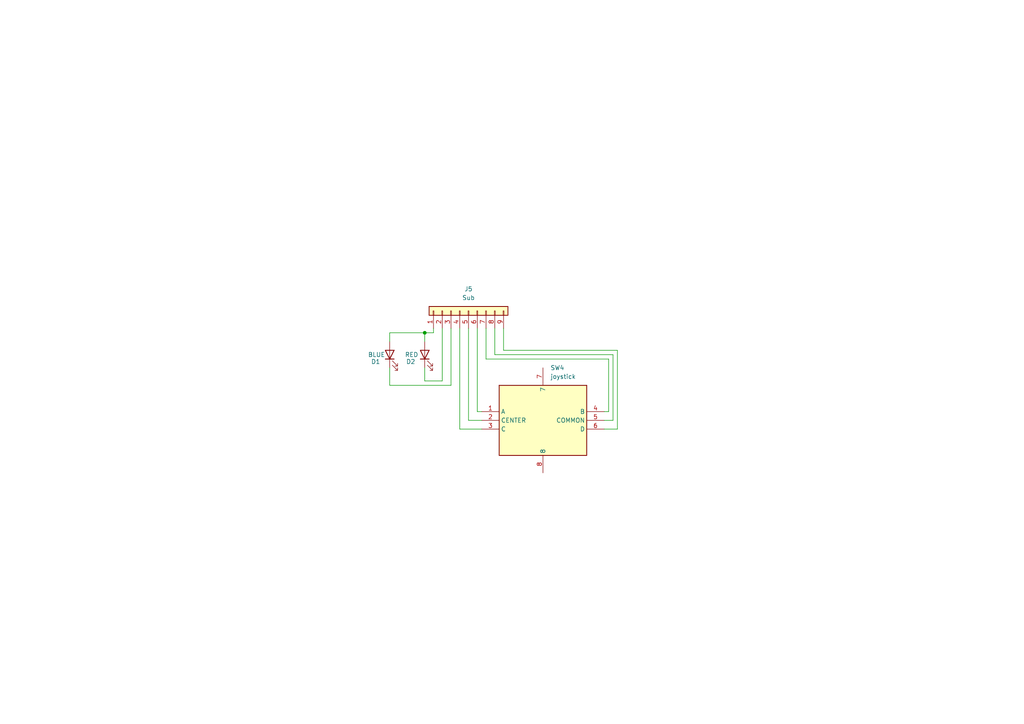
<source format=kicad_sch>
(kicad_sch
	(version 20250114)
	(generator "eeschema")
	(generator_version "9.0")
	(uuid "345bc13d-6add-4118-85b8-ae1fb4b40dd2")
	(paper "A4")
	(lib_symbols
		(symbol "Connector_Generic:Conn_01x09"
			(pin_names
				(offset 1.016)
				(hide yes)
			)
			(exclude_from_sim no)
			(in_bom yes)
			(on_board yes)
			(property "Reference" "J"
				(at 0 12.7 0)
				(effects
					(font
						(size 1.27 1.27)
					)
				)
			)
			(property "Value" "Conn_01x09"
				(at 0 -12.7 0)
				(effects
					(font
						(size 1.27 1.27)
					)
				)
			)
			(property "Footprint" ""
				(at 0 0 0)
				(effects
					(font
						(size 1.27 1.27)
					)
					(hide yes)
				)
			)
			(property "Datasheet" "~"
				(at 0 0 0)
				(effects
					(font
						(size 1.27 1.27)
					)
					(hide yes)
				)
			)
			(property "Description" "Generic connector, single row, 01x09, script generated (kicad-library-utils/schlib/autogen/connector/)"
				(at 0 0 0)
				(effects
					(font
						(size 1.27 1.27)
					)
					(hide yes)
				)
			)
			(property "ki_keywords" "connector"
				(at 0 0 0)
				(effects
					(font
						(size 1.27 1.27)
					)
					(hide yes)
				)
			)
			(property "ki_fp_filters" "Connector*:*_1x??_*"
				(at 0 0 0)
				(effects
					(font
						(size 1.27 1.27)
					)
					(hide yes)
				)
			)
			(symbol "Conn_01x09_1_1"
				(rectangle
					(start -1.27 11.43)
					(end 1.27 -11.43)
					(stroke
						(width 0.254)
						(type default)
					)
					(fill
						(type background)
					)
				)
				(rectangle
					(start -1.27 10.287)
					(end 0 10.033)
					(stroke
						(width 0.1524)
						(type default)
					)
					(fill
						(type none)
					)
				)
				(rectangle
					(start -1.27 7.747)
					(end 0 7.493)
					(stroke
						(width 0.1524)
						(type default)
					)
					(fill
						(type none)
					)
				)
				(rectangle
					(start -1.27 5.207)
					(end 0 4.953)
					(stroke
						(width 0.1524)
						(type default)
					)
					(fill
						(type none)
					)
				)
				(rectangle
					(start -1.27 2.667)
					(end 0 2.413)
					(stroke
						(width 0.1524)
						(type default)
					)
					(fill
						(type none)
					)
				)
				(rectangle
					(start -1.27 0.127)
					(end 0 -0.127)
					(stroke
						(width 0.1524)
						(type default)
					)
					(fill
						(type none)
					)
				)
				(rectangle
					(start -1.27 -2.413)
					(end 0 -2.667)
					(stroke
						(width 0.1524)
						(type default)
					)
					(fill
						(type none)
					)
				)
				(rectangle
					(start -1.27 -4.953)
					(end 0 -5.207)
					(stroke
						(width 0.1524)
						(type default)
					)
					(fill
						(type none)
					)
				)
				(rectangle
					(start -1.27 -7.493)
					(end 0 -7.747)
					(stroke
						(width 0.1524)
						(type default)
					)
					(fill
						(type none)
					)
				)
				(rectangle
					(start -1.27 -10.033)
					(end 0 -10.287)
					(stroke
						(width 0.1524)
						(type default)
					)
					(fill
						(type none)
					)
				)
				(pin passive line
					(at -5.08 10.16 0)
					(length 3.81)
					(name "Pin_1"
						(effects
							(font
								(size 1.27 1.27)
							)
						)
					)
					(number "1"
						(effects
							(font
								(size 1.27 1.27)
							)
						)
					)
				)
				(pin passive line
					(at -5.08 7.62 0)
					(length 3.81)
					(name "Pin_2"
						(effects
							(font
								(size 1.27 1.27)
							)
						)
					)
					(number "2"
						(effects
							(font
								(size 1.27 1.27)
							)
						)
					)
				)
				(pin passive line
					(at -5.08 5.08 0)
					(length 3.81)
					(name "Pin_3"
						(effects
							(font
								(size 1.27 1.27)
							)
						)
					)
					(number "3"
						(effects
							(font
								(size 1.27 1.27)
							)
						)
					)
				)
				(pin passive line
					(at -5.08 2.54 0)
					(length 3.81)
					(name "Pin_4"
						(effects
							(font
								(size 1.27 1.27)
							)
						)
					)
					(number "4"
						(effects
							(font
								(size 1.27 1.27)
							)
						)
					)
				)
				(pin passive line
					(at -5.08 0 0)
					(length 3.81)
					(name "Pin_5"
						(effects
							(font
								(size 1.27 1.27)
							)
						)
					)
					(number "5"
						(effects
							(font
								(size 1.27 1.27)
							)
						)
					)
				)
				(pin passive line
					(at -5.08 -2.54 0)
					(length 3.81)
					(name "Pin_6"
						(effects
							(font
								(size 1.27 1.27)
							)
						)
					)
					(number "6"
						(effects
							(font
								(size 1.27 1.27)
							)
						)
					)
				)
				(pin passive line
					(at -5.08 -5.08 0)
					(length 3.81)
					(name "Pin_7"
						(effects
							(font
								(size 1.27 1.27)
							)
						)
					)
					(number "7"
						(effects
							(font
								(size 1.27 1.27)
							)
						)
					)
				)
				(pin passive line
					(at -5.08 -7.62 0)
					(length 3.81)
					(name "Pin_8"
						(effects
							(font
								(size 1.27 1.27)
							)
						)
					)
					(number "8"
						(effects
							(font
								(size 1.27 1.27)
							)
						)
					)
				)
				(pin passive line
					(at -5.08 -10.16 0)
					(length 3.81)
					(name "Pin_9"
						(effects
							(font
								(size 1.27 1.27)
							)
						)
					)
					(number "9"
						(effects
							(font
								(size 1.27 1.27)
							)
						)
					)
				)
			)
			(embedded_fonts no)
		)
		(symbol "Device:LED"
			(pin_numbers
				(hide yes)
			)
			(pin_names
				(offset 1.016)
				(hide yes)
			)
			(exclude_from_sim no)
			(in_bom yes)
			(on_board yes)
			(property "Reference" "D"
				(at 0 2.54 0)
				(effects
					(font
						(size 1.27 1.27)
					)
				)
			)
			(property "Value" "LED"
				(at 0 -2.54 0)
				(effects
					(font
						(size 1.27 1.27)
					)
				)
			)
			(property "Footprint" ""
				(at 0 0 0)
				(effects
					(font
						(size 1.27 1.27)
					)
					(hide yes)
				)
			)
			(property "Datasheet" "~"
				(at 0 0 0)
				(effects
					(font
						(size 1.27 1.27)
					)
					(hide yes)
				)
			)
			(property "Description" "Light emitting diode"
				(at 0 0 0)
				(effects
					(font
						(size 1.27 1.27)
					)
					(hide yes)
				)
			)
			(property "Sim.Pins" "1=K 2=A"
				(at 0 0 0)
				(effects
					(font
						(size 1.27 1.27)
					)
					(hide yes)
				)
			)
			(property "ki_keywords" "LED diode"
				(at 0 0 0)
				(effects
					(font
						(size 1.27 1.27)
					)
					(hide yes)
				)
			)
			(property "ki_fp_filters" "LED* LED_SMD:* LED_THT:*"
				(at 0 0 0)
				(effects
					(font
						(size 1.27 1.27)
					)
					(hide yes)
				)
			)
			(symbol "LED_0_1"
				(polyline
					(pts
						(xy -3.048 -0.762) (xy -4.572 -2.286) (xy -3.81 -2.286) (xy -4.572 -2.286) (xy -4.572 -1.524)
					)
					(stroke
						(width 0)
						(type default)
					)
					(fill
						(type none)
					)
				)
				(polyline
					(pts
						(xy -1.778 -0.762) (xy -3.302 -2.286) (xy -2.54 -2.286) (xy -3.302 -2.286) (xy -3.302 -1.524)
					)
					(stroke
						(width 0)
						(type default)
					)
					(fill
						(type none)
					)
				)
				(polyline
					(pts
						(xy -1.27 0) (xy 1.27 0)
					)
					(stroke
						(width 0)
						(type default)
					)
					(fill
						(type none)
					)
				)
				(polyline
					(pts
						(xy -1.27 -1.27) (xy -1.27 1.27)
					)
					(stroke
						(width 0.254)
						(type default)
					)
					(fill
						(type none)
					)
				)
				(polyline
					(pts
						(xy 1.27 -1.27) (xy 1.27 1.27) (xy -1.27 0) (xy 1.27 -1.27)
					)
					(stroke
						(width 0.254)
						(type default)
					)
					(fill
						(type none)
					)
				)
			)
			(symbol "LED_1_1"
				(pin passive line
					(at -3.81 0 0)
					(length 2.54)
					(name "K"
						(effects
							(font
								(size 1.27 1.27)
							)
						)
					)
					(number "1"
						(effects
							(font
								(size 1.27 1.27)
							)
						)
					)
				)
				(pin passive line
					(at 3.81 0 180)
					(length 2.54)
					(name "A"
						(effects
							(font
								(size 1.27 1.27)
							)
						)
					)
					(number "2"
						(effects
							(font
								(size 1.27 1.27)
							)
						)
					)
				)
			)
			(embedded_fonts no)
		)
		(symbol "SamacSys_Parts:SKRHABE010"
			(exclude_from_sim no)
			(in_bom yes)
			(on_board yes)
			(property "Reference" "S"
				(at 31.75 12.7 0)
				(effects
					(font
						(size 1.27 1.27)
					)
					(justify left top)
				)
			)
			(property "Value" "SKRHABE010"
				(at 31.75 10.16 0)
				(effects
					(font
						(size 1.27 1.27)
					)
					(justify left top)
				)
			)
			(property "Footprint" "SKRHABE010"
				(at 31.75 -89.84 0)
				(effects
					(font
						(size 1.27 1.27)
					)
					(justify left top)
					(hide yes)
				)
			)
			(property "Datasheet" ""
				(at 31.75 -189.84 0)
				(effects
					(font
						(size 1.27 1.27)
					)
					(justify left top)
					(hide yes)
				)
			)
			(property "Description" "Multi-Directional Switches 4-directn cntr push W/boss 200K Cycles"
				(at 0 0 0)
				(effects
					(font
						(size 1.27 1.27)
					)
					(hide yes)
				)
			)
			(property "Height" "5"
				(at 31.75 -389.84 0)
				(effects
					(font
						(size 1.27 1.27)
					)
					(justify left top)
					(hide yes)
				)
			)
			(property "Manufacturer_Name" "ALPS Electric"
				(at 31.75 -489.84 0)
				(effects
					(font
						(size 1.27 1.27)
					)
					(justify left top)
					(hide yes)
				)
			)
			(property "Manufacturer_Part_Number" "SKRHABE010"
				(at 31.75 -589.84 0)
				(effects
					(font
						(size 1.27 1.27)
					)
					(justify left top)
					(hide yes)
				)
			)
			(property "Mouser Part Number" "688-SKRHAB"
				(at 31.75 -689.84 0)
				(effects
					(font
						(size 1.27 1.27)
					)
					(justify left top)
					(hide yes)
				)
			)
			(property "Mouser Price/Stock" "https://www.mouser.co.uk/ProductDetail/Alps-Alpine/SKRHABE010?qs=seHrhfPpLDxEOwRqoDvYHw%3D%3D"
				(at 31.75 -789.84 0)
				(effects
					(font
						(size 1.27 1.27)
					)
					(justify left top)
					(hide yes)
				)
			)
			(property "Arrow Part Number" "SKRHABE010"
				(at 31.75 -889.84 0)
				(effects
					(font
						(size 1.27 1.27)
					)
					(justify left top)
					(hide yes)
				)
			)
			(property "Arrow Price/Stock" "https://www.arrow.com/en/products/skrhabe010/alps-electric"
				(at 31.75 -989.84 0)
				(effects
					(font
						(size 1.27 1.27)
					)
					(justify left top)
					(hide yes)
				)
			)
			(symbol "SKRHABE010_1_1"
				(rectangle
					(start 5.08 7.62)
					(end 30.48 -12.7)
					(stroke
						(width 0.254)
						(type default)
					)
					(fill
						(type background)
					)
				)
				(pin passive line
					(at 0 0 0)
					(length 5.08)
					(name "A"
						(effects
							(font
								(size 1.27 1.27)
							)
						)
					)
					(number "1"
						(effects
							(font
								(size 1.27 1.27)
							)
						)
					)
				)
				(pin passive line
					(at 0 -2.54 0)
					(length 5.08)
					(name "CENTER"
						(effects
							(font
								(size 1.27 1.27)
							)
						)
					)
					(number "2"
						(effects
							(font
								(size 1.27 1.27)
							)
						)
					)
				)
				(pin passive line
					(at 0 -5.08 0)
					(length 5.08)
					(name "C"
						(effects
							(font
								(size 1.27 1.27)
							)
						)
					)
					(number "3"
						(effects
							(font
								(size 1.27 1.27)
							)
						)
					)
				)
				(pin passive line
					(at 17.78 12.7 270)
					(length 5.08)
					(name "7"
						(effects
							(font
								(size 1.27 1.27)
							)
						)
					)
					(number "7"
						(effects
							(font
								(size 1.27 1.27)
							)
						)
					)
				)
				(pin passive line
					(at 17.78 -17.78 90)
					(length 5.08)
					(name "8"
						(effects
							(font
								(size 1.27 1.27)
							)
						)
					)
					(number "8"
						(effects
							(font
								(size 1.27 1.27)
							)
						)
					)
				)
				(pin passive line
					(at 35.56 0 180)
					(length 5.08)
					(name "B"
						(effects
							(font
								(size 1.27 1.27)
							)
						)
					)
					(number "4"
						(effects
							(font
								(size 1.27 1.27)
							)
						)
					)
				)
				(pin passive line
					(at 35.56 -2.54 180)
					(length 5.08)
					(name "COMMON"
						(effects
							(font
								(size 1.27 1.27)
							)
						)
					)
					(number "5"
						(effects
							(font
								(size 1.27 1.27)
							)
						)
					)
				)
				(pin passive line
					(at 35.56 -5.08 180)
					(length 5.08)
					(name "D"
						(effects
							(font
								(size 1.27 1.27)
							)
						)
					)
					(number "6"
						(effects
							(font
								(size 1.27 1.27)
							)
						)
					)
				)
			)
			(embedded_fonts no)
		)
	)
	(junction
		(at 123.19 96.52)
		(diameter 0)
		(color 0 0 0 0)
		(uuid "8c460785-5e16-46e3-8d60-7ad010be7cad")
	)
	(wire
		(pts
			(xy 133.35 95.25) (xy 133.35 124.46)
		)
		(stroke
			(width 0)
			(type default)
		)
		(uuid "0771856b-32cd-41d7-868a-75c7df98e72c")
	)
	(wire
		(pts
			(xy 130.81 111.76) (xy 113.03 111.76)
		)
		(stroke
			(width 0)
			(type default)
		)
		(uuid "2db60249-9826-48d1-b68e-23c19b449f8f")
	)
	(wire
		(pts
			(xy 130.81 95.25) (xy 130.81 111.76)
		)
		(stroke
			(width 0)
			(type default)
		)
		(uuid "2fd9592d-e9da-4d05-bdf0-985f15ca2b25")
	)
	(wire
		(pts
			(xy 176.53 104.14) (xy 176.53 119.38)
		)
		(stroke
			(width 0)
			(type default)
		)
		(uuid "37a562a8-ad59-422e-a93a-0136b17e2680")
	)
	(wire
		(pts
			(xy 175.26 121.92) (xy 177.8 121.92)
		)
		(stroke
			(width 0)
			(type default)
		)
		(uuid "3cee8ff0-80c7-4df5-aa1c-55afe66d44f4")
	)
	(wire
		(pts
			(xy 123.19 110.49) (xy 123.19 106.68)
		)
		(stroke
			(width 0)
			(type default)
		)
		(uuid "3e466da9-e08b-44fd-8cd5-c3a5b8148099")
	)
	(wire
		(pts
			(xy 125.73 95.25) (xy 125.73 96.52)
		)
		(stroke
			(width 0)
			(type default)
		)
		(uuid "40be3a48-ff77-465a-a6df-34fcd5fa8fd3")
	)
	(wire
		(pts
			(xy 146.05 95.25) (xy 146.05 101.6)
		)
		(stroke
			(width 0)
			(type default)
		)
		(uuid "434511d8-01b6-460e-b97a-1b7e9431611e")
	)
	(wire
		(pts
			(xy 138.43 95.25) (xy 138.43 119.38)
		)
		(stroke
			(width 0)
			(type default)
		)
		(uuid "43de7925-a8c6-48fc-8605-3f0d7882ff40")
	)
	(wire
		(pts
			(xy 123.19 99.06) (xy 123.19 96.52)
		)
		(stroke
			(width 0)
			(type default)
		)
		(uuid "457baee3-fe99-4c65-ac67-9a4c169a8626")
	)
	(wire
		(pts
			(xy 135.89 121.92) (xy 139.7 121.92)
		)
		(stroke
			(width 0)
			(type default)
		)
		(uuid "479f7138-f277-4e72-a203-0073fc146611")
	)
	(wire
		(pts
			(xy 113.03 96.52) (xy 113.03 99.06)
		)
		(stroke
			(width 0)
			(type default)
		)
		(uuid "4c777c78-24ca-433d-9845-8c039d204912")
	)
	(wire
		(pts
			(xy 179.07 124.46) (xy 175.26 124.46)
		)
		(stroke
			(width 0)
			(type default)
		)
		(uuid "4d8baf9b-9294-4e68-a405-137b92f25e64")
	)
	(wire
		(pts
			(xy 113.03 96.52) (xy 123.19 96.52)
		)
		(stroke
			(width 0)
			(type default)
		)
		(uuid "5f7bf5b2-1b63-4f26-ac96-b85ec57727d2")
	)
	(wire
		(pts
			(xy 179.07 101.6) (xy 179.07 124.46)
		)
		(stroke
			(width 0)
			(type default)
		)
		(uuid "689cdd58-6dd5-41f3-97c0-3281e31db52b")
	)
	(wire
		(pts
			(xy 143.51 102.87) (xy 177.8 102.87)
		)
		(stroke
			(width 0)
			(type default)
		)
		(uuid "75d9a0e5-713b-4a7f-8e82-e2658c083dbd")
	)
	(wire
		(pts
			(xy 146.05 101.6) (xy 179.07 101.6)
		)
		(stroke
			(width 0)
			(type default)
		)
		(uuid "7b6dc190-e5cf-4390-b845-fe564f31c25f")
	)
	(wire
		(pts
			(xy 113.03 111.76) (xy 113.03 106.68)
		)
		(stroke
			(width 0)
			(type default)
		)
		(uuid "9d2141c8-ddee-4f94-a44d-00233877c258")
	)
	(wire
		(pts
			(xy 140.97 104.14) (xy 176.53 104.14)
		)
		(stroke
			(width 0)
			(type default)
		)
		(uuid "a5e09975-7f42-4039-b58f-20c98eb6eb1b")
	)
	(wire
		(pts
			(xy 140.97 95.25) (xy 140.97 104.14)
		)
		(stroke
			(width 0)
			(type default)
		)
		(uuid "b1c40611-cdc7-4cc4-8766-921c59aa069a")
	)
	(wire
		(pts
			(xy 123.19 96.52) (xy 125.73 96.52)
		)
		(stroke
			(width 0)
			(type default)
		)
		(uuid "b9d330b2-b4a6-4468-8416-0640ba498d38")
	)
	(wire
		(pts
			(xy 133.35 124.46) (xy 139.7 124.46)
		)
		(stroke
			(width 0)
			(type default)
		)
		(uuid "c22e257d-8613-40d5-a45d-bbbc08608c87")
	)
	(wire
		(pts
			(xy 128.27 95.25) (xy 128.27 110.49)
		)
		(stroke
			(width 0)
			(type default)
		)
		(uuid "c65a0c19-48ee-43f0-901a-59172421e4b0")
	)
	(wire
		(pts
			(xy 177.8 102.87) (xy 177.8 121.92)
		)
		(stroke
			(width 0)
			(type default)
		)
		(uuid "cacafb8d-52f8-4cad-9b5f-55fe948be7cd")
	)
	(wire
		(pts
			(xy 128.27 110.49) (xy 123.19 110.49)
		)
		(stroke
			(width 0)
			(type default)
		)
		(uuid "cb6b22e3-d087-41f7-b320-df2d4265a7ad")
	)
	(wire
		(pts
			(xy 135.89 95.25) (xy 135.89 121.92)
		)
		(stroke
			(width 0)
			(type default)
		)
		(uuid "ceed768e-d32c-4403-ab29-855176207c16")
	)
	(wire
		(pts
			(xy 143.51 95.25) (xy 143.51 102.87)
		)
		(stroke
			(width 0)
			(type default)
		)
		(uuid "d2c65d61-9ce9-4912-b9c4-414f54bce251")
	)
	(wire
		(pts
			(xy 176.53 119.38) (xy 175.26 119.38)
		)
		(stroke
			(width 0)
			(type default)
		)
		(uuid "e5802c9e-b1a8-45ba-957a-0a67ca366ce5")
	)
	(wire
		(pts
			(xy 138.43 119.38) (xy 139.7 119.38)
		)
		(stroke
			(width 0)
			(type default)
		)
		(uuid "eb0124e1-3a15-4d82-99a2-54d9ebe3e154")
	)
	(symbol
		(lib_id "Connector_Generic:Conn_01x09")
		(at 135.89 90.17 90)
		(unit 1)
		(exclude_from_sim no)
		(in_bom yes)
		(on_board yes)
		(dnp no)
		(fields_autoplaced yes)
		(uuid "57b3aee9-8bcc-4b48-9977-c396bd04d34b")
		(property "Reference" "J5"
			(at 135.89 83.82 90)
			(effects
				(font
					(size 1.27 1.27)
				)
			)
		)
		(property "Value" "Sub"
			(at 135.89 86.36 90)
			(effects
				(font
					(size 1.27 1.27)
				)
			)
		)
		(property "Footprint" ""
			(at 135.89 90.17 0)
			(effects
				(font
					(size 1.27 1.27)
				)
				(hide yes)
			)
		)
		(property "Datasheet" "~"
			(at 135.89 90.17 0)
			(effects
				(font
					(size 1.27 1.27)
				)
				(hide yes)
			)
		)
		(property "Description" "Generic connector, single row, 01x09, script generated (kicad-library-utils/schlib/autogen/connector/)"
			(at 135.89 90.17 0)
			(effects
				(font
					(size 1.27 1.27)
				)
				(hide yes)
			)
		)
		(pin "4"
			(uuid "61781d0a-1c7d-495f-ba36-2ce3c36f0369")
		)
		(pin "5"
			(uuid "e5dfd37e-5f97-46df-9f5d-fb89b3201d77")
		)
		(pin "2"
			(uuid "3e7bb388-2820-4ccb-ae44-de07529bc883")
		)
		(pin "6"
			(uuid "5c758957-5ce5-4f1b-bbaf-5ed16338429d")
		)
		(pin "7"
			(uuid "2cca3901-7892-4b4e-a257-717971657b78")
		)
		(pin "8"
			(uuid "59a87da9-3b75-438e-b670-2e7ff11f6351")
		)
		(pin "1"
			(uuid "bf720dc5-c72f-4645-a23b-ec84f78c2618")
		)
		(pin "3"
			(uuid "437c8aab-383e-4ee5-a0d2-6fffa1c7e226")
		)
		(pin "9"
			(uuid "dee1c698-0339-430a-bbc2-077ed3a7daab")
		)
		(instances
			(project ""
				(path "/345bc13d-6add-4118-85b8-ae1fb4b40dd2"
					(reference "J5")
					(unit 1)
				)
			)
		)
	)
	(symbol
		(lib_id "Device:LED")
		(at 113.03 102.87 90)
		(unit 1)
		(exclude_from_sim no)
		(in_bom yes)
		(on_board yes)
		(dnp no)
		(uuid "81dc7384-9b49-4dbc-9543-b8edeae6930a")
		(property "Reference" "D1"
			(at 108.966 104.902 90)
			(effects
				(font
					(size 1.27 1.27)
				)
			)
		)
		(property "Value" "BLUE"
			(at 109.22 102.87 90)
			(effects
				(font
					(size 1.27 1.27)
				)
			)
		)
		(property "Footprint" "Diode_SMD:D_0805_2012Metric"
			(at 113.03 102.87 0)
			(effects
				(font
					(size 1.27 1.27)
				)
				(hide yes)
			)
		)
		(property "Datasheet" "~"
			(at 113.03 102.87 0)
			(effects
				(font
					(size 1.27 1.27)
				)
				(hide yes)
			)
		)
		(property "Description" "Light emitting diode"
			(at 113.03 102.87 0)
			(effects
				(font
					(size 1.27 1.27)
				)
				(hide yes)
			)
		)
		(property "Sim.Pins" "1=K 2=A"
			(at 113.03 102.87 0)
			(effects
				(font
					(size 1.27 1.27)
				)
				(hide yes)
			)
		)
		(pin "1"
			(uuid "c0121f2c-1948-429b-a488-932cdb826c2e")
		)
		(pin "2"
			(uuid "565f9edb-ffc2-4d55-841b-927953acaa41")
		)
		(instances
			(project "remote_stick"
				(path "/345bc13d-6add-4118-85b8-ae1fb4b40dd2"
					(reference "D1")
					(unit 1)
				)
			)
		)
	)
	(symbol
		(lib_id "SamacSys_Parts:SKRHABE010")
		(at 139.7 119.38 0)
		(unit 1)
		(exclude_from_sim no)
		(in_bom yes)
		(on_board yes)
		(dnp no)
		(fields_autoplaced yes)
		(uuid "add6fbe5-9f5b-46c3-902b-a8d8532d5fe6")
		(property "Reference" "SW4"
			(at 159.6233 106.68 0)
			(effects
				(font
					(size 1.27 1.27)
				)
				(justify left)
			)
		)
		(property "Value" "joystick"
			(at 159.6233 109.22 0)
			(effects
				(font
					(size 1.27 1.27)
				)
				(justify left)
			)
		)
		(property "Footprint" "SamacSys_Parts:SKRHABE010"
			(at 171.45 209.22 0)
			(effects
				(font
					(size 1.27 1.27)
				)
				(justify left top)
				(hide yes)
			)
		)
		(property "Datasheet" ""
			(at 171.45 309.22 0)
			(effects
				(font
					(size 1.27 1.27)
				)
				(justify left top)
				(hide yes)
			)
		)
		(property "Description" "Multi-Directional Switches 4-directn cntr push W/boss 200K Cycles"
			(at 139.7 119.38 0)
			(effects
				(font
					(size 1.27 1.27)
				)
				(hide yes)
			)
		)
		(property "Height" "5"
			(at 171.45 509.22 0)
			(effects
				(font
					(size 1.27 1.27)
				)
				(justify left top)
				(hide yes)
			)
		)
		(property "Manufacturer_Name" "ALPS Electric"
			(at 171.45 609.22 0)
			(effects
				(font
					(size 1.27 1.27)
				)
				(justify left top)
				(hide yes)
			)
		)
		(property "Manufacturer_Part_Number" "SKRHABE010"
			(at 171.45 709.22 0)
			(effects
				(font
					(size 1.27 1.27)
				)
				(justify left top)
				(hide yes)
			)
		)
		(property "Mouser Part Number" "688-SKRHAB"
			(at 171.45 809.22 0)
			(effects
				(font
					(size 1.27 1.27)
				)
				(justify left top)
				(hide yes)
			)
		)
		(property "Mouser Price/Stock" "https://www.mouser.co.uk/ProductDetail/Alps-Alpine/SKRHABE010?qs=seHrhfPpLDxEOwRqoDvYHw%3D%3D"
			(at 171.45 909.22 0)
			(effects
				(font
					(size 1.27 1.27)
				)
				(justify left top)
				(hide yes)
			)
		)
		(property "Arrow Part Number" "SKRHABE010"
			(at 171.45 1009.22 0)
			(effects
				(font
					(size 1.27 1.27)
				)
				(justify left top)
				(hide yes)
			)
		)
		(property "Arrow Price/Stock" "https://www.arrow.com/en/products/skrhabe010/alps-electric"
			(at 171.45 1109.22 0)
			(effects
				(font
					(size 1.27 1.27)
				)
				(justify left top)
				(hide yes)
			)
		)
		(pin "1"
			(uuid "b3ffccce-dab9-4d92-b6ca-368b67b1b8c5")
		)
		(pin "3"
			(uuid "204cf352-23d7-4540-bb75-d1f298e7c65c")
		)
		(pin "2"
			(uuid "17f17448-fbae-4728-9040-c1740949a0f4")
		)
		(pin "4"
			(uuid "08d713b8-2460-44d1-9d2a-490519d23b09")
		)
		(pin "6"
			(uuid "f35c1550-9bef-4455-9edf-c8171ca2a07c")
		)
		(pin "5"
			(uuid "55d50c02-e547-444d-9e7f-9225f922ef77")
		)
		(pin "7"
			(uuid "e90645b1-520d-4092-b330-1a5eb42ba613")
		)
		(pin "8"
			(uuid "94219c96-d5e0-49d1-8bd9-008689d4ed16")
		)
		(instances
			(project ""
				(path "/345bc13d-6add-4118-85b8-ae1fb4b40dd2"
					(reference "SW4")
					(unit 1)
				)
			)
		)
	)
	(symbol
		(lib_id "Device:LED")
		(at 123.19 102.87 90)
		(unit 1)
		(exclude_from_sim no)
		(in_bom yes)
		(on_board yes)
		(dnp no)
		(uuid "cccce1d1-1615-48c6-b3e3-375c0eb4bf6f")
		(property "Reference" "D2"
			(at 119.126 104.902 90)
			(effects
				(font
					(size 1.27 1.27)
				)
			)
		)
		(property "Value" "RED"
			(at 119.38 102.87 90)
			(effects
				(font
					(size 1.27 1.27)
				)
			)
		)
		(property "Footprint" "Diode_SMD:D_0805_2012Metric"
			(at 123.19 102.87 0)
			(effects
				(font
					(size 1.27 1.27)
				)
				(hide yes)
			)
		)
		(property "Datasheet" "~"
			(at 123.19 102.87 0)
			(effects
				(font
					(size 1.27 1.27)
				)
				(hide yes)
			)
		)
		(property "Description" "Light emitting diode"
			(at 123.19 102.87 0)
			(effects
				(font
					(size 1.27 1.27)
				)
				(hide yes)
			)
		)
		(property "Sim.Pins" "1=K 2=A"
			(at 123.19 102.87 0)
			(effects
				(font
					(size 1.27 1.27)
				)
				(hide yes)
			)
		)
		(pin "1"
			(uuid "cb706da1-0ad7-415f-acea-3199baf27ffa")
		)
		(pin "2"
			(uuid "5c18e9b7-45a2-4fd2-95a3-2056c6a0d4f6")
		)
		(instances
			(project ""
				(path "/345bc13d-6add-4118-85b8-ae1fb4b40dd2"
					(reference "D2")
					(unit 1)
				)
			)
		)
	)
	(sheet_instances
		(path "/"
			(page "1")
		)
	)
	(embedded_fonts no)
)

</source>
